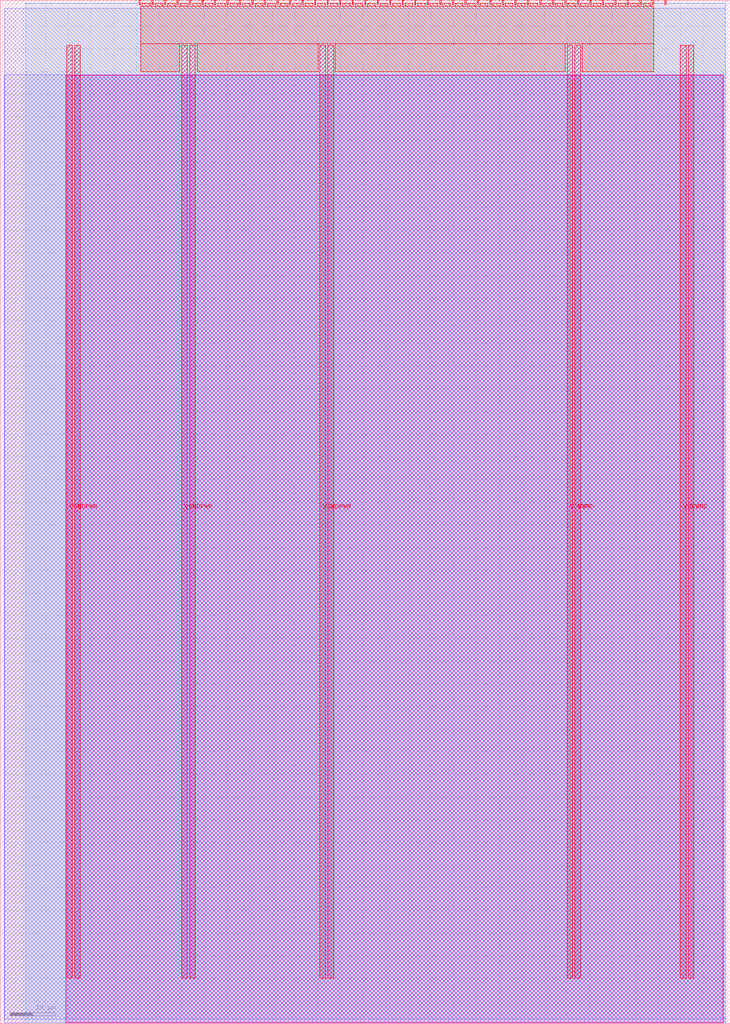
<source format=lef>
VERSION 5.7 ;
  NOWIREEXTENSIONATPIN ON ;
  DIVIDERCHAR "/" ;
  BUSBITCHARS "[]" ;
MACRO tt_um_tnt_rom_test
  CLASS BLOCK ;
  FOREIGN tt_um_tnt_rom_test ;
  ORIGIN 0.000 0.000 ;
  SIZE 161.000 BY 225.760 ;
  PIN clk
    DIRECTION INPUT ;
    USE SIGNAL ;
    ANTENNAGATEAREA 3.030000 ;
    PORT
      LAYER met4 ;
        RECT 143.830 224.760 144.130 225.760 ;
    END
  END clk
  PIN ena
    DIRECTION INPUT ;
    USE SIGNAL ;
    PORT
      LAYER met4 ;
        RECT 146.590 224.760 146.890 225.760 ;
    END
  END ena
  PIN rst_n
    DIRECTION INPUT ;
    USE SIGNAL ;
    ANTENNAGATEAREA 3.930000 ;
    PORT
      LAYER met4 ;
        RECT 141.070 224.760 141.370 225.760 ;
    END
  END rst_n
  PIN ui_in[0]
    DIRECTION INPUT ;
    USE SIGNAL ;
    ANTENNAGATEAREA 0.252000 ;
    PORT
      LAYER met4 ;
        RECT 138.310 224.760 138.610 225.760 ;
    END
  END ui_in[0]
  PIN ui_in[1]
    DIRECTION INPUT ;
    USE SIGNAL ;
    ANTENNAGATEAREA 0.252000 ;
    PORT
      LAYER met4 ;
        RECT 135.550 224.760 135.850 225.760 ;
    END
  END ui_in[1]
  PIN ui_in[2]
    DIRECTION INPUT ;
    USE SIGNAL ;
    ANTENNAGATEAREA 0.252000 ;
    PORT
      LAYER met4 ;
        RECT 132.790 224.760 133.090 225.760 ;
    END
  END ui_in[2]
  PIN ui_in[3]
    DIRECTION INPUT ;
    USE SIGNAL ;
    ANTENNAGATEAREA 0.252000 ;
    PORT
      LAYER met4 ;
        RECT 130.030 224.760 130.330 225.760 ;
    END
  END ui_in[3]
  PIN ui_in[4]
    DIRECTION INPUT ;
    USE SIGNAL ;
    ANTENNAGATEAREA 0.252000 ;
    PORT
      LAYER met4 ;
        RECT 127.270 224.760 127.570 225.760 ;
    END
  END ui_in[4]
  PIN ui_in[5]
    DIRECTION INPUT ;
    USE SIGNAL ;
    ANTENNAGATEAREA 0.252000 ;
    PORT
      LAYER met4 ;
        RECT 124.510 224.760 124.810 225.760 ;
    END
  END ui_in[5]
  PIN ui_in[6]
    DIRECTION INPUT ;
    USE SIGNAL ;
    ANTENNAGATEAREA 0.252000 ;
    PORT
      LAYER met4 ;
        RECT 121.750 224.760 122.050 225.760 ;
    END
  END ui_in[6]
  PIN ui_in[7]
    DIRECTION INPUT ;
    USE SIGNAL ;
    ANTENNAGATEAREA 0.426000 ;
    PORT
      LAYER met4 ;
        RECT 118.990 224.760 119.290 225.760 ;
    END
  END ui_in[7]
  PIN uio_in[0]
    DIRECTION INPUT ;
    USE SIGNAL ;
    PORT
      LAYER met4 ;
        RECT 116.230 224.760 116.530 225.760 ;
    END
  END uio_in[0]
  PIN uio_in[1]
    DIRECTION INPUT ;
    USE SIGNAL ;
    PORT
      LAYER met4 ;
        RECT 113.470 224.760 113.770 225.760 ;
    END
  END uio_in[1]
  PIN uio_in[2]
    DIRECTION INPUT ;
    USE SIGNAL ;
    PORT
      LAYER met4 ;
        RECT 110.710 224.760 111.010 225.760 ;
    END
  END uio_in[2]
  PIN uio_in[3]
    DIRECTION INPUT ;
    USE SIGNAL ;
    PORT
      LAYER met4 ;
        RECT 107.950 224.760 108.250 225.760 ;
    END
  END uio_in[3]
  PIN uio_in[4]
    DIRECTION INPUT ;
    USE SIGNAL ;
    PORT
      LAYER met4 ;
        RECT 105.190 224.760 105.490 225.760 ;
    END
  END uio_in[4]
  PIN uio_in[5]
    DIRECTION INPUT ;
    USE SIGNAL ;
    ANTENNAGATEAREA 0.426000 ;
    PORT
      LAYER met4 ;
        RECT 102.430 224.760 102.730 225.760 ;
    END
  END uio_in[5]
  PIN uio_in[6]
    DIRECTION INPUT ;
    USE SIGNAL ;
    ANTENNAGATEAREA 0.426000 ;
    PORT
      LAYER met4 ;
        RECT 99.670 224.760 99.970 225.760 ;
    END
  END uio_in[6]
  PIN uio_in[7]
    DIRECTION INPUT ;
    USE SIGNAL ;
    ANTENNAGATEAREA 0.426000 ;
    PORT
      LAYER met4 ;
        RECT 96.910 224.760 97.210 225.760 ;
    END
  END uio_in[7]
  PIN uio_oe[0]
    DIRECTION OUTPUT ;
    USE SIGNAL ;
    ANTENNAGATEAREA 187.302490 ;
    ANTENNADIFFAREA 318.752289 ;
    PORT
      LAYER met4 ;
        RECT 49.990 224.760 50.290 225.760 ;
    END
  END uio_oe[0]
  PIN uio_oe[1]
    DIRECTION OUTPUT ;
    USE SIGNAL ;
    ANTENNAGATEAREA 187.302490 ;
    ANTENNADIFFAREA 318.752289 ;
    PORT
      LAYER met4 ;
        RECT 47.230 224.760 47.530 225.760 ;
    END
  END uio_oe[1]
  PIN uio_oe[2]
    DIRECTION OUTPUT ;
    USE SIGNAL ;
    ANTENNAGATEAREA 187.302490 ;
    ANTENNADIFFAREA 318.752289 ;
    PORT
      LAYER met4 ;
        RECT 44.470 224.760 44.770 225.760 ;
    END
  END uio_oe[2]
  PIN uio_oe[3]
    DIRECTION OUTPUT ;
    USE SIGNAL ;
    ANTENNAGATEAREA 187.302490 ;
    ANTENNADIFFAREA 318.752289 ;
    PORT
      LAYER met4 ;
        RECT 41.710 224.760 42.010 225.760 ;
    END
  END uio_oe[3]
  PIN uio_oe[4]
    DIRECTION OUTPUT ;
    USE SIGNAL ;
    PORT
      LAYER met4 ;
        RECT 38.950 224.760 39.250 225.760 ;
    END
  END uio_oe[4]
  PIN uio_oe[5]
    DIRECTION OUTPUT ;
    USE SIGNAL ;
    ANTENNAGATEAREA 344.192078 ;
    ANTENNADIFFAREA 2516.959961 ;
    PORT
      LAYER met4 ;
        RECT 36.190 224.760 36.490 225.760 ;
    END
  END uio_oe[5]
  PIN uio_oe[6]
    DIRECTION OUTPUT ;
    USE SIGNAL ;
    ANTENNAGATEAREA 344.192078 ;
    ANTENNADIFFAREA 2516.959961 ;
    PORT
      LAYER met4 ;
        RECT 33.430 224.760 33.730 225.760 ;
    END
  END uio_oe[6]
  PIN uio_oe[7]
    DIRECTION OUTPUT ;
    USE SIGNAL ;
    PORT
      LAYER met4 ;
        RECT 30.670 224.760 30.970 225.760 ;
    END
  END uio_oe[7]
  PIN uio_out[0]
    DIRECTION OUTPUT ;
    USE SIGNAL ;
    ANTENNADIFFAREA 0.445500 ;
    PORT
      LAYER met4 ;
        RECT 72.070 224.760 72.370 225.760 ;
    END
  END uio_out[0]
  PIN uio_out[1]
    DIRECTION OUTPUT ;
    USE SIGNAL ;
    ANTENNADIFFAREA 0.445500 ;
    PORT
      LAYER met4 ;
        RECT 69.310 224.760 69.610 225.760 ;
    END
  END uio_out[1]
  PIN uio_out[2]
    DIRECTION OUTPUT ;
    USE SIGNAL ;
    ANTENNADIFFAREA 0.445500 ;
    PORT
      LAYER met4 ;
        RECT 66.550 224.760 66.850 225.760 ;
    END
  END uio_out[2]
  PIN uio_out[3]
    DIRECTION OUTPUT ;
    USE SIGNAL ;
    ANTENNADIFFAREA 0.445500 ;
    PORT
      LAYER met4 ;
        RECT 63.790 224.760 64.090 225.760 ;
    END
  END uio_out[3]
  PIN uio_out[4]
    DIRECTION OUTPUT ;
    USE SIGNAL ;
    ANTENNADIFFAREA 0.445500 ;
    PORT
      LAYER met4 ;
        RECT 61.030 224.760 61.330 225.760 ;
    END
  END uio_out[4]
  PIN uio_out[5]
    DIRECTION OUTPUT ;
    USE SIGNAL ;
    ANTENNAGATEAREA 344.192078 ;
    ANTENNADIFFAREA 2516.959961 ;
    PORT
      LAYER met4 ;
        RECT 58.270 224.760 58.570 225.760 ;
    END
  END uio_out[5]
  PIN uio_out[6]
    DIRECTION OUTPUT ;
    USE SIGNAL ;
    ANTENNAGATEAREA 344.192078 ;
    ANTENNADIFFAREA 2516.959961 ;
    PORT
      LAYER met4 ;
        RECT 55.510 224.760 55.810 225.760 ;
    END
  END uio_out[6]
  PIN uio_out[7]
    DIRECTION OUTPUT ;
    USE SIGNAL ;
    ANTENNAGATEAREA 344.192078 ;
    ANTENNADIFFAREA 2516.959961 ;
    PORT
      LAYER met4 ;
        RECT 52.750 224.760 53.050 225.760 ;
    END
  END uio_out[7]
  PIN uo_out[0]
    DIRECTION OUTPUT ;
    USE SIGNAL ;
    ANTENNADIFFAREA 0.445500 ;
    PORT
      LAYER met4 ;
        RECT 94.150 224.760 94.450 225.760 ;
    END
  END uo_out[0]
  PIN uo_out[1]
    DIRECTION OUTPUT ;
    USE SIGNAL ;
    ANTENNADIFFAREA 0.445500 ;
    PORT
      LAYER met4 ;
        RECT 91.390 224.760 91.690 225.760 ;
    END
  END uo_out[1]
  PIN uo_out[2]
    DIRECTION OUTPUT ;
    USE SIGNAL ;
    ANTENNADIFFAREA 0.445500 ;
    PORT
      LAYER met4 ;
        RECT 88.630 224.760 88.930 225.760 ;
    END
  END uo_out[2]
  PIN uo_out[3]
    DIRECTION OUTPUT ;
    USE SIGNAL ;
    ANTENNADIFFAREA 0.445500 ;
    PORT
      LAYER met4 ;
        RECT 85.870 224.760 86.170 225.760 ;
    END
  END uo_out[3]
  PIN uo_out[4]
    DIRECTION OUTPUT ;
    USE SIGNAL ;
    ANTENNADIFFAREA 0.445500 ;
    PORT
      LAYER met4 ;
        RECT 83.110 224.760 83.410 225.760 ;
    END
  END uo_out[4]
  PIN uo_out[5]
    DIRECTION OUTPUT ;
    USE SIGNAL ;
    ANTENNAGATEAREA 344.192078 ;
    ANTENNADIFFAREA 2516.959961 ;
    PORT
      LAYER met4 ;
        RECT 80.350 224.760 80.650 225.760 ;
    END
  END uo_out[5]
  PIN uo_out[6]
    DIRECTION OUTPUT ;
    USE SIGNAL ;
    ANTENNAGATEAREA 344.192078 ;
    ANTENNADIFFAREA 2516.959961 ;
    PORT
      LAYER met4 ;
        RECT 77.590 224.760 77.890 225.760 ;
    END
  END uo_out[6]
  PIN uo_out[7]
    DIRECTION OUTPUT ;
    USE SIGNAL ;
    ANTENNAGATEAREA 344.192078 ;
    ANTENNADIFFAREA 2516.959961 ;
    PORT
      LAYER met4 ;
        RECT 74.830 224.760 75.130 225.760 ;
    END
  END uo_out[7]
  PIN VGND
    DIRECTION INPUT ;
    USE GROUND ;
    PORT
      LAYER met4 ;
        RECT 14.640 10.000 15.890 215.760 ;
    END
    PORT
      LAYER met4 ;
        RECT 70.520 10.000 71.770 215.760 ;
    END
    PORT
      LAYER met4 ;
        RECT 40.000 10.000 41.250 215.760 ;
    END
    PORT
      LAYER met4 ;
        RECT 126.750 10.000 128.000 215.760 ;
    END
    PORT
      LAYER met4 ;
        RECT 151.750 10.000 153.000 215.760 ;
    END
  END VGND
  PIN VDPWR
    DIRECTION INPUT ;
    USE POWER ;
    PORT
      LAYER met4 ;
        RECT 16.390 10.000 17.640 215.760 ;
    END
    PORT
      LAYER met4 ;
        RECT 41.750 10.000 43.000 215.760 ;
    END
    PORT
      LAYER met4 ;
        RECT 72.270 10.000 73.520 215.760 ;
    END
    PORT
      LAYER met4 ;
        RECT 125.000 10.000 126.250 215.760 ;
    END
    PORT
      LAYER met4 ;
        RECT 150.000 10.000 151.250 215.760 ;
    END
  END VDPWR
  OBS
      LAYER nwell ;
        RECT 14.450 0.215 159.500 209.185 ;
      LAYER li1 ;
        RECT 14.640 0.335 159.315 209.185 ;
      LAYER met1 ;
        RECT 0.910 0.200 159.845 209.340 ;
      LAYER met2 ;
        RECT 0.940 0.940 159.845 223.985 ;
      LAYER met3 ;
        RECT 5.635 0.200 159.845 225.070 ;
      LAYER met4 ;
        RECT 31.370 224.360 33.030 225.075 ;
        RECT 34.130 224.360 35.790 225.075 ;
        RECT 36.890 224.360 38.550 225.075 ;
        RECT 39.650 224.360 41.310 225.075 ;
        RECT 42.410 224.360 44.070 225.075 ;
        RECT 45.170 224.360 46.830 225.075 ;
        RECT 47.930 224.360 49.590 225.075 ;
        RECT 50.690 224.360 52.350 225.075 ;
        RECT 53.450 224.360 55.110 225.075 ;
        RECT 56.210 224.360 57.870 225.075 ;
        RECT 58.970 224.360 60.630 225.075 ;
        RECT 61.730 224.360 63.390 225.075 ;
        RECT 64.490 224.360 66.150 225.075 ;
        RECT 67.250 224.360 68.910 225.075 ;
        RECT 70.010 224.360 71.670 225.075 ;
        RECT 72.770 224.360 74.430 225.075 ;
        RECT 75.530 224.360 77.190 225.075 ;
        RECT 78.290 224.360 79.950 225.075 ;
        RECT 81.050 224.360 82.710 225.075 ;
        RECT 83.810 224.360 85.470 225.075 ;
        RECT 86.570 224.360 88.230 225.075 ;
        RECT 89.330 224.360 90.990 225.075 ;
        RECT 92.090 224.360 93.750 225.075 ;
        RECT 94.850 224.360 96.510 225.075 ;
        RECT 97.610 224.360 99.270 225.075 ;
        RECT 100.370 224.360 102.030 225.075 ;
        RECT 103.130 224.360 104.790 225.075 ;
        RECT 105.890 224.360 107.550 225.075 ;
        RECT 108.650 224.360 110.310 225.075 ;
        RECT 111.410 224.360 113.070 225.075 ;
        RECT 114.170 224.360 115.830 225.075 ;
        RECT 116.930 224.360 118.590 225.075 ;
        RECT 119.690 224.360 121.350 225.075 ;
        RECT 122.450 224.360 124.110 225.075 ;
        RECT 125.210 224.360 126.870 225.075 ;
        RECT 127.970 224.360 129.630 225.075 ;
        RECT 130.730 224.360 132.390 225.075 ;
        RECT 133.490 224.360 135.150 225.075 ;
        RECT 136.250 224.360 137.910 225.075 ;
        RECT 139.010 224.360 140.670 225.075 ;
        RECT 141.770 224.360 143.430 225.075 ;
        RECT 30.970 216.160 144.145 224.360 ;
        RECT 30.970 209.985 39.600 216.160 ;
        RECT 43.400 209.985 70.120 216.160 ;
        RECT 73.920 209.985 124.600 216.160 ;
        RECT 128.400 209.985 144.145 216.160 ;
  END
END tt_um_tnt_rom_test
END LIBRARY


</source>
